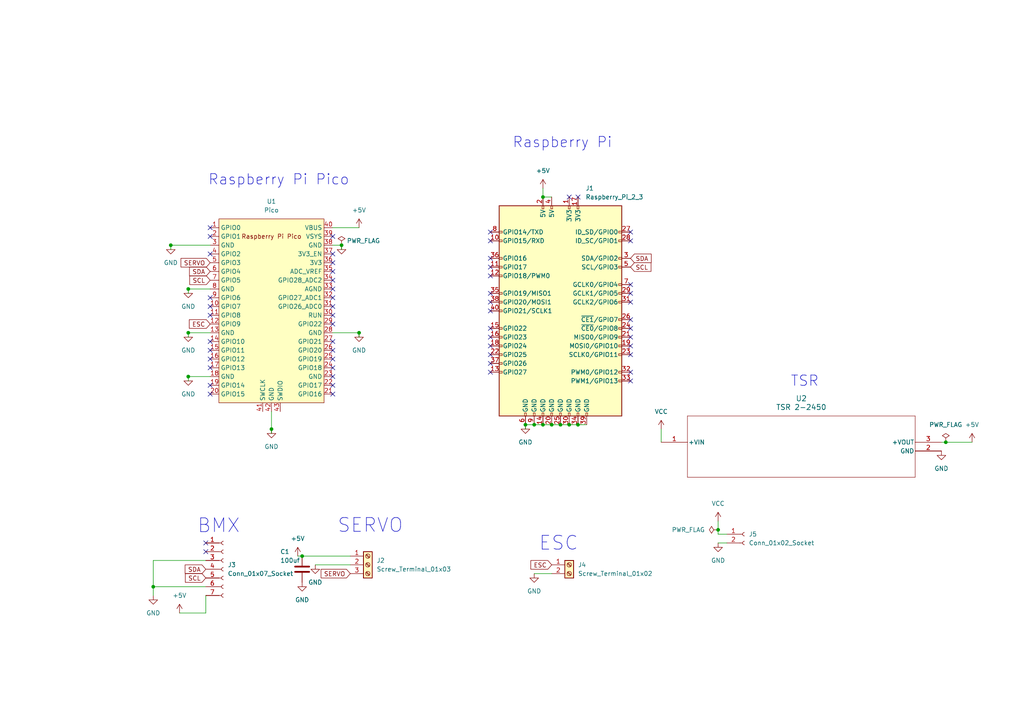
<source format=kicad_sch>
(kicad_sch (version 20231120) (generator "eeschema") (generator_version "8.0")
  (paper "A4")
  (title_block (title "Power Distribution Board") (rev "1"))
  (lib_symbols
    (symbol "Connector:Conn_01x02_Socket" (pin_names (offset 1.016) hide)
      (property "Reference" "J" (at 0 2.54 0))
      (property "Value" "Conn_01x02_Socket" (at 0 -5.08 0))
      (symbol "Conn_01x02_Socket_1_1"
        (arc (start 0 -2.032) (mid -0.5058 -2.54) (end 0 -3.048) (stroke (width 0.1524)))
        (polyline (pts (xy -1.27 -2.54) (xy -0.508 -2.54)) (stroke (width 0.1524)))
        (polyline (pts (xy -1.27 0) (xy -0.508 0)) (stroke (width 0.1524)))
        (arc (start 0 0.508) (mid -0.5058 0) (end 0 -0.508) (stroke (width 0.1524)))
        (pin passive line (at -5.08 0 0) (length 3.81) (name "Pin_1") (number "1"))
        (pin passive line (at -5.08 -2.54 0) (length 3.81) (name "Pin_2") (number "2"))
      )
    )
    (symbol "Connector:Conn_01x07_Socket" (pin_names (offset 1.016) hide)
      (property "Reference" "J" (at 0 10.16 0))
      (property "Value" "Conn_01x07_Socket" (at 0 -10.16 0))
      (symbol "Conn_01x07_Socket_1_1"
        (arc (start 0 -7.112) (mid -0.5058 -7.62) (end 0 -8.128) (stroke (width 0.1524)))
        (arc (start 0 -4.572) (mid -0.5058 -5.08) (end 0 -5.588) (stroke (width 0.1524)))
        (arc (start 0 -2.032) (mid -0.5058 -2.54) (end 0 -3.048) (stroke (width 0.1524)))
        (polyline (pts (xy -1.27 -7.62) (xy -0.508 -7.62)) (stroke (width 0.1524)))
        (polyline (pts (xy -1.27 -5.08) (xy -0.508 -5.08)) (stroke (width 0.1524)))
        (polyline (pts (xy -1.27 -2.54) (xy -0.508 -2.54)) (stroke (width 0.1524)))
        (polyline (pts (xy -1.27 0) (xy -0.508 0)) (stroke (width 0.1524)))
        (polyline (pts (xy -1.27 2.54) (xy -0.508 2.54)) (stroke (width 0.1524)))
        (polyline (pts (xy -1.27 5.08) (xy -0.508 5.08)) (stroke (width 0.1524)))
        (polyline (pts (xy -1.27 7.62) (xy -0.508 7.62)) (stroke (width 0.1524)))
        (arc (start 0 0.508) (mid -0.5058 0) (end 0 -0.508) (stroke (width 0.1524)))
        (arc (start 0 3.048) (mid -0.5058 2.54) (end 0 2.032) (stroke (width 0.1524)))
        (arc (start 0 5.588) (mid -0.5058 5.08) (end 0 4.572) (stroke (width 0.1524)))
        (arc (start 0 8.128) (mid -0.5058 7.62) (end 0 7.112) (stroke (width 0.1524)))
        (pin passive line (at -5.08 7.62 0) (length 3.81) (name "Pin_1") (number "1"))
        (pin passive line (at -5.08 5.08 0) (length 3.81) (name "Pin_2") (number "2"))
        (pin passive line (at -5.08 2.54 0) (length 3.81) (name "Pin_3") (number "3"))
        (pin passive line (at -5.08 0 0) (length 3.81) (name "Pin_4") (number "4"))
        (pin passive line (at -5.08 -2.54 0) (length 3.81) (name "Pin_5") (number "5"))
        (pin passive line (at -5.08 -5.08 0) (length 3.81) (name "Pin_6") (number "6"))
        (pin passive line (at -5.08 -7.62 0) (length 3.81) (name "Pin_7") (number "7"))
      )
    )
    (symbol "Connector:Raspberry_Pi_2_3" (pin_names (offset 1.016))
      (property "Reference" "J" (at -17.78 31.75 0))
      (property "Value" "Raspberry_Pi_2_3" (at 10.16 -31.75 0))
      (symbol "Raspberry_Pi_2_3_0_1"
        (rectangle (start -17.78 30.48) (end 17.78 -30.48) (stroke (width 0.254)) (fill (type background)))
      )
      (symbol "Raspberry_Pi_2_3_1_1"
        (rectangle (start -16.891 -17.526) (end -17.78 -18.034))
        (rectangle (start -16.891 -14.986) (end -17.78 -15.494))
        (rectangle (start -16.891 -12.446) (end -17.78 -12.954))
        (rectangle (start -16.891 -9.906) (end -17.78 -10.414))
        (rectangle (start -16.891 -7.366) (end -17.78 -7.874))
        (rectangle (start -16.891 -4.826) (end -17.78 -5.334))
        (rectangle (start -16.891 0.254) (end -17.78 -0.254))
        (rectangle (start -16.891 2.794) (end -17.78 2.286))
        (rectangle (start -16.891 5.334) (end -17.78 4.826))
        (rectangle (start -16.891 10.414) (end -17.78 9.906))
        (rectangle (start -16.891 12.954) (end -17.78 12.446))
        (rectangle (start -16.891 15.494) (end -17.78 14.986))
        (rectangle (start -16.891 20.574) (end -17.78 20.066))
        (rectangle (start -16.891 23.114) (end -17.78 22.606))
        (rectangle (start -10.414 -29.591) (end -9.906 -30.48))
        (rectangle (start -7.874 -29.591) (end -7.366 -30.48))
        (rectangle (start -5.334 -29.591) (end -4.826 -30.48))
        (rectangle (start -5.334 30.48) (end -4.826 29.591))
        (rectangle (start -2.794 -29.591) (end -2.286 -30.48))
        (rectangle (start -2.794 30.48) (end -2.286 29.591))
        (rectangle (start -0.254 -29.591) (end 0.254 -30.48))
        (rectangle (start 2.286 -29.591) (end 2.794 -30.48))
        (rectangle (start 2.286 30.48) (end 2.794 29.591))
        (rectangle (start 4.826 -29.591) (end 5.334 -30.48))
        (rectangle (start 4.826 30.48) (end 5.334 29.591))
        (rectangle (start 7.366 -29.591) (end 7.874 -30.48))
        (rectangle (start 17.78 -20.066) (end 16.891 -20.574))
        (rectangle (start 17.78 -17.526) (end 16.891 -18.034))
        (rectangle (start 17.78 -12.446) (end 16.891 -12.954))
        (rectangle (start 17.78 -9.906) (end 16.891 -10.414))
        (rectangle (start 17.78 -7.366) (end 16.891 -7.874))
        (rectangle (start 17.78 -4.826) (end 16.891 -5.334))
        (rectangle (start 17.78 -2.286) (end 16.891 -2.794))
        (rectangle (start 17.78 2.794) (end 16.891 2.286))
        (rectangle (start 17.78 5.334) (end 16.891 4.826))
        (rectangle (start 17.78 7.874) (end 16.891 7.366))
        (rectangle (start 17.78 12.954) (end 16.891 12.446))
        (rectangle (start 17.78 15.494) (end 16.891 14.986))
        (rectangle (start 17.78 20.574) (end 16.891 20.066))
        (rectangle (start 17.78 23.114) (end 16.891 22.606))
        (pin power_in line (at 2.54 33.02 270) (length 2.54) (name "3V3") (number "1"))
        (pin bidirectional line (at -20.32 20.32 0) (length 2.54) (name "GPIO15/RXD") (number "10"))
        (pin bidirectional line (at -20.32 12.7 0) (length 2.54) (name "GPIO17") (number "11"))
        (pin bidirectional line (at -20.32 10.16 0) (length 2.54) (name "GPIO18/PWM0") (number "12"))
        (pin bidirectional line (at -20.32 -17.78 0) (length 2.54) (name "GPIO27") (number "13"))
        (pin power_in line (at -5.08 -33.02 90) (length 2.54) (name "GND") (number "14"))
        (pin bidirectional line (at -20.32 -5.08 0) (length 2.54) (name "GPIO22") (number "15"))
        (pin bidirectional line (at -20.32 -7.62 0) (length 2.54) (name "GPIO23") (number "16"))
        (pin power_in line (at 5.08 33.02 270) (length 2.54) (name "3V3") (number "17"))
        (pin bidirectional line (at -20.32 -10.16 0) (length 2.54) (name "GPIO24") (number "18"))
        (pin bidirectional line (at 20.32 -10.16 180) (length 2.54) (name "MOSI0/GPIO10") (number "19"))
        (pin power_in line (at -5.08 33.02 270) (length 2.54) (name "5V") (number "2"))
        (pin power_in line (at -2.54 -33.02 90) (length 2.54) (name "GND") (number "20"))
        (pin bidirectional line (at 20.32 -7.62 180) (length 2.54) (name "MISO0/GPIO9") (number "21"))
        (pin bidirectional line (at -20.32 -12.7 0) (length 2.54) (name "GPIO25") (number "22"))
        (pin bidirectional line (at 20.32 -12.7 180) (length 2.54) (name "SCLK0/GPIO11") (number "23"))
        (pin bidirectional line (at 20.32 -5.08 180) (length 2.54) (name "~{CE0}/GPIO8") (number "24"))
        (pin power_in line (at 0 -33.02 90) (length 2.54) (name "GND") (number "25"))
        (pin bidirectional line (at 20.32 -2.54 180) (length 2.54) (name "~{CE1}/GPIO7") (number "26"))
        (pin bidirectional line (at 20.32 22.86 180) (length 2.54) (name "ID_SD/GPIO0") (number "27"))
        (pin bidirectional line (at 20.32 20.32 180) (length 2.54) (name "ID_SC/GPIO1") (number "28"))
        (pin bidirectional line (at 20.32 5.08 180) (length 2.54) (name "GCLK1/GPIO5") (number "29"))
        (pin bidirectional line (at 20.32 15.24 180) (length 2.54) (name "SDA/GPIO2") (number "3"))
        (pin power_in line (at 2.54 -33.02 90) (length 2.54) (name "GND") (number "30"))
        (pin bidirectional line (at 20.32 2.54 180) (length 2.54) (name "GCLK2/GPIO6") (number "31"))
        (pin bidirectional line (at 20.32 -17.78 180) (length 2.54) (name "PWM0/GPIO12") (number "32"))
        (pin bidirectional line (at 20.32 -20.32 180) (length 2.54) (name "PWM1/GPIO13") (number "33"))
        (pin power_in line (at 5.08 -33.02 90) (length 2.54) (name "GND") (number "34"))
        (pin bidirectional line (at -20.32 5.08 0) (length 2.54) (name "GPIO19/MISO1") (number "35"))
        (pin bidirectional line (at -20.32 15.24 0) (length 2.54) (name "GPIO16") (number "36"))
        (pin bidirectional line (at -20.32 -15.24 0) (length 2.54) (name "GPIO26") (number "37"))
        (pin bidirectional line (at -20.32 2.54 0) (length 2.54) (name "GPIO20/MOSI1") (number "38"))
        (pin power_in line (at 7.62 -33.02 90) (length 2.54) (name "GND") (number "39"))
        (pin power_in line (at -2.54 33.02 270) (length 2.54) (name "5V") (number "4"))
        (pin bidirectional line (at -20.32 0 0) (length 2.54) (name "GPIO21/SCLK1") (number "40"))
        (pin bidirectional line (at 20.32 12.7 180) (length 2.54) (name "SCL/GPIO3") (number "5"))
        (pin power_in line (at -10.16 -33.02 90) (length 2.54) (name "GND") (number "6"))
        (pin bidirectional line (at 20.32 7.62 180) (length 2.54) (name "GCLK0/GPIO4") (number "7"))
        (pin bidirectional line (at -20.32 22.86 0) (length 2.54) (name "GPIO14/TXD") (number "8"))
        (pin power_in line (at -7.62 -33.02 90) (length 2.54) (name "GND") (number "9"))
      )
    )
    (symbol "Connector:Screw_Terminal_01x02" (pin_names (offset 1.016) hide)
      (property "Reference" "J" (at 0 2.54 0))
      (property "Value" "Screw_Terminal_01x02" (at 0 -5.08 0))
      (symbol "Screw_Terminal_01x02_1_1"
        (rectangle (start -1.27 1.27) (end 1.27 -3.81) (stroke (width 0.254)) (fill (type background)))
        (circle (center 0 -2.54) (radius 0.635) (stroke (width 0.1524)))
        (polyline (pts (xy -0.5334 -2.2098) (xy 0.3302 -3.048)) (stroke (width 0.1524)))
        (polyline (pts (xy -0.5334 0.3302) (xy 0.3302 -0.508)) (stroke (width 0.1524)))
        (polyline (pts (xy -0.3556 -2.032) (xy 0.508 -2.8702)) (stroke (width 0.1524)))
        (polyline (pts (xy -0.3556 0.508) (xy 0.508 -0.3302)) (stroke (width 0.1524)))
        (circle (center 0 0) (radius 0.635) (stroke (width 0.1524)))
        (pin passive line (at -5.08 0 0) (length 3.81) (name "Pin_1") (number "1"))
        (pin passive line (at -5.08 -2.54 0) (length 3.81) (name "Pin_2") (number "2"))
      )
    )
    (symbol "Connector:Screw_Terminal_01x03" (pin_names (offset 1.016) hide)
      (property "Reference" "J" (at 0 5.08 0))
      (property "Value" "Screw_Terminal_01x03" (at 0 -5.08 0))
      (symbol "Screw_Terminal_01x03_1_1"
        (rectangle (start -1.27 3.81) (end 1.27 -3.81) (stroke (width 0.254)) (fill (type background)))
        (circle (center 0 -2.54) (radius 0.635) (stroke (width 0.1524)))
        (polyline (pts (xy -0.5334 -2.2098) (xy 0.3302 -3.048)) (stroke (width 0.1524)))
        (polyline (pts (xy -0.5334 0.3302) (xy 0.3302 -0.508)) (stroke (width 0.1524)))
        (polyline (pts (xy -0.5334 2.8702) (xy 0.3302 2.032)) (stroke (width 0.1524)))
        (polyline (pts (xy -0.3556 -2.032) (xy 0.508 -2.8702)) (stroke (width 0.1524)))
        (polyline (pts (xy -0.3556 0.508) (xy 0.508 -0.3302)) (stroke (width 0.1524)))
        (polyline (pts (xy -0.3556 3.048) (xy 0.508 2.2098)) (stroke (width 0.1524)))
        (circle (center 0 0) (radius 0.635) (stroke (width 0.1524)))
        (circle (center 0 2.54) (radius 0.635) (stroke (width 0.1524)))
        (pin passive line (at -5.08 2.54 0) (length 3.81) (name "Pin_1") (number "1"))
        (pin passive line (at -5.08 0 0) (length 3.81) (name "Pin_2") (number "2"))
        (pin passive line (at -5.08 -2.54 0) (length 3.81) (name "Pin_3") (number "3"))
      )
    )
    (symbol "Device:C" (pin_numbers hide) (pin_names (offset 0.254))
      (property "Reference" "C" (at 0.635 2.54 0))
      (property "Value" "C" (at 0.635 -2.54 0))
      (symbol "C_0_1"
        (polyline (pts (xy -2.032 -0.762) (xy 2.032 -0.762)) (stroke (width 0.508)))
        (polyline (pts (xy -2.032 0.762) (xy 2.032 0.762)) (stroke (width 0.508)))
      )
      (symbol "C_1_1"
        (pin passive line (at 0 3.81 270) (length 2.794) (name "~") (number "1"))
        (pin passive line (at 0 -3.81 90) (length 2.794) (name "~") (number "2"))
      )
    )
    (symbol "MCU_RaspberryPi_and_Boards:Pico"
      (property "Reference" "U" (at -13.97 27.94 0))
      (property "Value" "Pico" (at 0 19.05 0))
      (symbol "Pico_0_0"
        (text "Raspberry Pi Pico" (at 0 21.59 0) (effects (font (size 1.27 1.27))))
      )
      (symbol "Pico_0_1"
        (rectangle (start -15.24 26.67) (end 15.24 -26.67) (fill (type background)))
      )
      (symbol "Pico_1_1"
        (pin bidirectional line (at -17.78 24.13 0) (length 2.54) (name "GPIO0") (number "1"))
        (pin bidirectional line (at -17.78 1.27 0) (length 2.54) (name "GPIO7") (number "10"))
        (pin bidirectional line (at -17.78 -1.27 0) (length 2.54) (name "GPIO8") (number "11"))
        (pin bidirectional line (at -17.78 -3.81 0) (length 2.54) (name "GPIO9") (number "12"))
        (pin power_in line (at -17.78 -6.35 0) (length 2.54) (name "GND") (number "13"))
        (pin bidirectional line (at -17.78 -8.89 0) (length 2.54) (name "GPIO10") (number "14"))
        (pin bidirectional line (at -17.78 -11.43 0) (length 2.54) (name "GPIO11") (number "15"))
        (pin bidirectional line (at -17.78 -13.97 0) (length 2.54) (name "GPIO12") (number "16"))
        (pin bidirectional line (at -17.78 -16.51 0) (length 2.54) (name "GPIO13") (number "17"))
        (pin power_in line (at -17.78 -19.05 0) (length 2.54) (name "GND") (number "18"))
        (pin bidirectional line (at -17.78 -21.59 0) (length 2.54) (name "GPIO14") (number "19"))
        (pin bidirectional line (at -17.78 21.59 0) (length 2.54) (name "GPIO1") (number "2"))
        (pin bidirectional line (at -17.78 -24.13 0) (length 2.54) (name "GPIO15") (number "20"))
        (pin bidirectional line (at 17.78 -24.13 180) (length 2.54) (name "GPIO16") (number "21"))
        (pin bidirectional line (at 17.78 -21.59 180) (length 2.54) (name "GPIO17") (number "22"))
        (pin power_in line (at 17.78 -19.05 180) (length 2.54) (name "GND") (number "23"))
        (pin bidirectional line (at 17.78 -16.51 180) (length 2.54) (name "GPIO18") (number "24"))
        (pin bidirectional line (at 17.78 -13.97 180) (length 2.54) (name "GPIO19") (number "25"))
        (pin bidirectional line (at 17.78 -11.43 180) (length 2.54) (name "GPIO20") (number "26"))
        (pin bidirectional line (at 17.78 -8.89 180) (length 2.54) (name "GPIO21") (number "27"))
        (pin power_in line (at 17.78 -6.35 180) (length 2.54) (name "GND") (number "28"))
        (pin bidirectional line (at 17.78 -3.81 180) (length 2.54) (name "GPIO22") (number "29"))
        (pin power_in line (at -17.78 19.05 0) (length 2.54) (name "GND") (number "3"))
        (pin input line (at 17.78 -1.27 180) (length 2.54) (name "RUN") (number "30"))
        (pin bidirectional line (at 17.78 1.27 180) (length 2.54) (name "GPIO26_ADC0") (number "31"))
        (pin bidirectional line (at 17.78 3.81 180) (length 2.54) (name "GPIO27_ADC1") (number "32"))
        (pin power_in line (at 17.78 6.35 180) (length 2.54) (name "AGND") (number "33"))
        (pin bidirectional line (at 17.78 8.89 180) (length 2.54) (name "GPIO28_ADC2") (number "34"))
        (pin power_in line (at 17.78 11.43 180) (length 2.54) (name "ADC_VREF") (number "35"))
        (pin power_in line (at 17.78 13.97 180) (length 2.54) (name "3V3") (number "36"))
        (pin input line (at 17.78 16.51 180) (length 2.54) (name "3V3_EN") (number "37"))
        (pin bidirectional line (at 17.78 19.05 180) (length 2.54) (name "GND") (number "38"))
        (pin power_in line (at 17.78 21.59 180) (length 2.54) (name "VSYS") (number "39"))
        (pin bidirectional line (at -17.78 16.51 0) (length 2.54) (name "GPIO2") (number "4"))
        (pin power_in line (at 17.78 24.13 180) (length 2.54) (name "VBUS") (number "40"))
        (pin input line (at -2.54 -29.21 90) (length 2.54) (name "SWCLK") (number "41"))
        (pin power_in line (at 0 -29.21 90) (length 2.54) (name "GND") (number "42"))
        (pin bidirectional line (at 2.54 -29.21 90) (length 2.54) (name "SWDIO") (number "43"))
        (pin bidirectional line (at -17.78 13.97 0) (length 2.54) (name "GPIO3") (number "5"))
        (pin bidirectional line (at -17.78 11.43 0) (length 2.54) (name "GPIO4") (number "6"))
        (pin bidirectional line (at -17.78 8.89 0) (length 2.54) (name "GPIO5") (number "7"))
        (pin power_in line (at -17.78 6.35 0) (length 2.54) (name "GND") (number "8"))
        (pin bidirectional line (at -17.78 3.81 0) (length 2.54) (name "GPIO6") (number "9"))
      )
    )
    (symbol "power:+5V" (power) (pin_names (offset 0))
      (property "Value" "+5V" (at 0 3.556 0))
      (symbol "+5V_0_1"
        (polyline (pts (xy -0.762 1.27) (xy 0 2.54)))
        (polyline (pts (xy 0 0) (xy 0 2.54)))
        (polyline (pts (xy 0 2.54) (xy 0.762 1.27)))
      )
      (symbol "+5V_1_1"
        (pin power_in line (at 0 0 90) (length 0) hide (name "+5V") (number "1"))
      )
    )
    (symbol "power:GND" (power) (pin_names (offset 0))
      (property "Value" "GND" (at 0 -3.81 0))
      (symbol "GND_0_1"
        (polyline (pts (xy 0 0) (xy 0 -1.27) (xy 1.27 -1.27) (xy 0 -2.54) (xy -1.27 -1.27) (xy 0 -1.27)))
      )
      (symbol "GND_1_1"
        (pin power_in line (at 0 0 270) (length 0) hide (name "GND") (number "1"))
      )
    )
    (symbol "power:PWR_FLAG" (power) (pin_numbers hide) (pin_names (offset 0) hide)
      (property "Value" "PWR_FLAG" (at 0 3.81 0))
      (symbol "PWR_FLAG_0_0"
        (pin power_out line (at 0 0 90) (length 0) (name "pwr") (number "1"))
      )
      (symbol "PWR_FLAG_0_1"
        (polyline (pts (xy 0 0) (xy 0 1.27) (xy -1.016 1.905) (xy 0 2.54) (xy 1.016 1.905) (xy 0 1.27)))
      )
    )
    (symbol "power:VCC" (power) (pin_names (offset 0))
      (property "Value" "VCC" (at 0 3.81 0))
      (symbol "VCC_0_1"
        (polyline (pts (xy -0.762 1.27) (xy 0 2.54)))
        (polyline (pts (xy 0 0) (xy 0 2.54)))
        (polyline (pts (xy 0 2.54) (xy 0.762 1.27)))
      )
      (symbol "VCC_1_1"
        (pin power_in line (at 0 0 90) (length 0) hide (name "VCC") (number "1"))
      )
    )
    (symbol "txr:TSR_2-2450" (pin_names (offset 0.254))
      (property "Reference" "U" (at 40.64 12.7 0))
      (property "Value" "TSR 2-2450" (at 40.64 10.16 0))
      (symbol "TSR_2-2450_0_1"
        (polyline (pts (xy 7.62 -10.16) (xy 73.66 -10.16)) (stroke (width 0.127)))
        (polyline (pts (xy 7.62 7.62) (xy 7.62 -10.16)) (stroke (width 0.127)))
        (polyline (pts (xy 73.66 -10.16) (xy 73.66 7.62)) (stroke (width 0.127)))
        (polyline (pts (xy 73.66 7.62) (xy 7.62 7.62)) (stroke (width 0.127)))
        (pin power_in line (at 0 0 0) (length 7.62) (name "+VIN") (number "1"))
        (pin power_out line (at 81.28 -2.54 180) (length 7.62) (name "GND") (number "2"))
        (pin output line (at 81.28 0 180) (length 7.62) (name "+VOUT") (number "3"))
      )
    )
  )
  (junction (at 54.61 83.82))
  (junction (at 99.06 71.12))
  (junction (at 154.94 123.19))
  (junction (at 54.61 109.22))
  (junction (at 162.56 123.19))
  (junction (at 157.48 123.19))
  (junction (at 208.28 153.67))
  (junction (at 274.32 128.27))
  (junction (at 44.45 170.18))
  (junction (at 167.64 123.19))
  (junction (at 165.1 123.19))
  (junction (at 87.63 161.29))
  (junction (at 104.14 96.52))
  (junction (at 78.74 124.46))
  (junction (at 160.02 123.19))
  (junction (at 54.61 96.52))
  (junction (at 49.53 71.12))
  (junction (at 157.48 57.15))
  (junction (at 152.4 123.19))
  (no_connect (at 96.52 109.22))
  (no_connect (at 165.1 57.15))
  (no_connect (at 60.96 73.66))
  (no_connect (at 142.24 105.41))
  (no_connect (at 96.52 111.76))
  (no_connect (at 59.69 157.48))
  (no_connect (at 182.88 69.85))
  (no_connect (at 142.24 69.85))
  (no_connect (at 142.24 95.25))
  (no_connect (at 142.24 80.01))
  (no_connect (at 96.52 83.82))
  (no_connect (at 182.88 82.55))
  (no_connect (at 96.52 68.58))
  (no_connect (at 96.52 101.6))
  (no_connect (at 142.24 102.87))
  (no_connect (at 142.24 97.79))
  (no_connect (at 60.96 86.36))
  (no_connect (at 59.69 160.02))
  (no_connect (at 60.96 99.06))
  (no_connect (at 96.52 76.2))
  (no_connect (at 96.52 91.44))
  (no_connect (at 167.64 57.15))
  (no_connect (at 60.96 104.14))
  (no_connect (at 182.88 85.09))
  (no_connect (at 60.96 66.04))
  (no_connect (at 142.24 74.93))
  (no_connect (at 60.96 114.3))
  (no_connect (at 96.52 99.06))
  (no_connect (at 96.52 93.98))
  (no_connect (at 142.24 77.47))
  (no_connect (at 142.24 85.09))
  (no_connect (at 96.52 78.74))
  (no_connect (at 182.88 107.95))
  (no_connect (at 96.52 81.28))
  (no_connect (at 60.96 68.58))
  (no_connect (at 60.96 91.44))
  (no_connect (at 182.88 97.79))
  (no_connect (at 182.88 110.49))
  (no_connect (at 182.88 87.63))
  (no_connect (at 96.52 73.66))
  (no_connect (at 96.52 88.9))
  (no_connect (at 142.24 90.17))
  (no_connect (at 142.24 87.63))
  (no_connect (at 96.52 114.3))
  (no_connect (at 142.24 100.33))
  (no_connect (at 142.24 67.31))
  (no_connect (at 182.88 67.31))
  (no_connect (at 60.96 106.68))
  (no_connect (at 60.96 101.6))
  (no_connect (at 182.88 100.33))
  (no_connect (at 182.88 92.71))
  (no_connect (at 96.52 86.36))
  (no_connect (at 142.24 107.95))
  (no_connect (at 182.88 95.25))
  (no_connect (at 182.88 102.87))
  (no_connect (at 60.96 111.76))
  (no_connect (at 60.96 88.9))
  (no_connect (at 96.52 106.68))
  (no_connect (at 96.52 104.14))
  (wire (pts (xy 208.28 151.13) (xy 208.28 153.67)))
  (wire (pts (xy 165.1 123.19) (xy 167.64 123.19)))
  (wire (pts (xy 274.32 128.27) (xy 281.94 128.27)))
  (wire (pts (xy 162.56 123.19) (xy 165.1 123.19)))
  (wire (pts (xy 160.02 123.19) (xy 162.56 123.19)))
  (wire (pts (xy 78.74 119.38) (xy 78.74 124.46)))
  (wire (pts (xy 96.52 96.52) (xy 104.14 96.52)))
  (wire (pts (xy 154.94 166.37) (xy 160.02 166.37)))
  (wire (pts (xy 152.4 123.19) (xy 154.94 123.19)))
  (wire (pts (xy 91.44 163.83) (xy 101.6 163.83)))
  (wire (pts (xy 167.64 123.19) (xy 170.18 123.19)))
  (wire (pts (xy 87.63 161.29) (xy 101.6 161.29)))
  (wire (pts (xy 96.52 66.04) (xy 104.14 66.04)))
  (wire (pts (xy 152.4 123.19) (xy 152.4 124.46)))
  (wire (pts (xy 154.94 123.19) (xy 157.48 123.19)))
  (wire (pts (xy 208.28 153.67) (xy 208.28 154.94)))
  (wire (pts (xy 99.06 71.12) (xy 99.06 72.39)))
  (wire (pts (xy 44.45 170.18) (xy 59.69 170.18)))
  (wire (pts (xy 96.52 71.12) (xy 99.06 71.12)))
  (wire (pts (xy 54.61 109.22) (xy 54.61 110.49)))
  (wire (pts (xy 54.61 96.52) (xy 54.61 97.79)))
  (wire (pts (xy 44.45 172.72) (xy 44.45 170.18)))
  (wire (pts (xy 49.53 71.12) (xy 49.53 72.39)))
  (wire (pts (xy 44.45 162.56) (xy 44.45 170.18)))
  (wire (pts (xy 273.05 128.27) (xy 274.32 128.27)))
  (wire (pts (xy 54.61 83.82) (xy 54.61 85.09)))
  (wire (pts (xy 208.28 154.94) (xy 210.82 154.94)))
  (wire (pts (xy 78.74 124.46) (xy 78.74 125.73)))
  (wire (pts (xy 59.69 177.8) (xy 59.69 172.72)))
  (wire (pts (xy 44.45 162.56) (xy 59.69 162.56)))
  (wire (pts (xy 191.77 124.46) (xy 191.77 128.27)))
  (wire (pts (xy 52.07 177.8) (xy 59.69 177.8)))
  (wire (pts (xy 104.14 96.52) (xy 104.14 97.79)))
  (wire (pts (xy 86.36 161.29) (xy 87.63 161.29)))
  (wire (pts (xy 54.61 109.22) (xy 60.96 109.22)))
  (wire (pts (xy 54.61 83.82) (xy 60.96 83.82)))
  (wire (pts (xy 54.61 96.52) (xy 60.96 96.52)))
  (wire (pts (xy 208.28 157.48) (xy 210.82 157.48)))
  (wire (pts (xy 49.53 71.12) (xy 60.96 71.12)))
  (wire (pts (xy 157.48 54.61) (xy 157.48 57.15)))
  (wire (pts (xy 157.48 123.19) (xy 160.02 123.19)))
  (wire (pts (xy 157.48 57.15) (xy 160.02 57.15)))
  (text "Raspberry Pi" (at 148.59 43.18 0) (effects (font (size 3 3)) (justify left bottom)))
  (text "TSR" (at 229.235 112.395 0) (effects (font (size 3 3)) (justify left bottom)))
  (text "BMX" (at 57.15 154.94 0) (effects (font (size 4 4)) (justify left bottom)))
  (text "ESC" (at 156.21 160.02 0) (effects (font (size 4 4)) (justify left bottom)))
  (text "Raspberry Pi Pico" (at 60.325 53.975 0) (effects (font (size 3 3)) (justify left bottom)))
  (text "SERVO\n\n" (at 97.79 161.29 0) (effects (font (size 4 4)) (justify left bottom)))
  (global_label "SCL" (shape input) (at 182.88 77.47 0) (property "Intersheetrefs" "${INTERSHEET_REFS}" (effects (hide yes))))
  (global_label "ESC" (shape input) (at 160.02 163.83 180) (property "Intersheetrefs" "${INTERSHEET_REFS}" (effects (hide yes))))
  (global_label "ESC" (shape input) (at 60.96 93.98 180) (property "Intersheetrefs" "${INTERSHEET_REFS}" (effects (hide yes))))
  (global_label "SDA" (shape input) (at 59.69 165.1 180) (property "Intersheetrefs" "${INTERSHEET_REFS}" (effects (hide yes))))
  (global_label "SDA" (shape input) (at 182.88 74.93 0) (property "Intersheetrefs" "${INTERSHEET_REFS}" (effects (hide yes))))
  (global_label "SDA" (shape input) (at 60.96 78.74 180) (property "Intersheetrefs" "${INTERSHEET_REFS}" (effects (hide yes))))
  (global_label "SCL" (shape input) (at 60.96 81.28 180) (property "Intersheetrefs" "${INTERSHEET_REFS}" (effects (hide yes))))
  (global_label "SERVO" (shape input) (at 60.96 76.2 180) (property "Intersheetrefs" "${INTERSHEET_REFS}" (effects (hide yes))))
  (global_label "SERVO" (shape input) (at 101.6 166.37 180) (property "Intersheetrefs" "${INTERSHEET_REFS}" (effects (hide yes))))
  (global_label "SCL" (shape input) (at 59.69 167.64 180) (property "Intersheetrefs" "${INTERSHEET_REFS}" (effects (hide yes))))
  (symbol (lib_id "power:GND") (at 87.63 168.91 0) (unit 1)
    (property "Reference" "#PWR013" (effects (hide yes)))
    (property "Value" "GND" (at 87.63 173.99 0))
  )
  (symbol (lib_id "txr:TSR_2-2450") (at 191.77 128.27 0) (unit 1)
    (property "Reference" "U2" (at 232.41 115.57 0) (effects (font (size 1.524 1.524))))
    (property "Value" "TSR 2-2450" (at 232.41 118.11 0) (effects (font (size 1.524 1.524))))
    (property "Footprint" "txr:TSR 2-2450_TRP" (effects (hide yes)))
    (property "Datasheet" "TSR 2-2450" (effects (hide yes)))
  )
  (symbol (lib_id "power:+5V") (at 104.14 66.04 0) (unit 1)
    (property "Reference" "#PWR02" (effects (hide yes)))
    (property "Value" "+5V" (at 104.14 60.96 0))
  )
  (symbol (lib_id "Connector:Raspberry_Pi_2_3") (at 162.56 90.17 0) (unit 1)
    (property "Reference" "J1" (at 169.8341 54.61 0) (effects (justify left)))
    (property "Value" "Raspberry_Pi_2_3" (at 169.8341 57.15 0) (effects (justify left)))
    (property "Footprint" "pi:raspberrypi_2_3" (effects (hide yes)))
    (property "Datasheet" "https://www.raspberrypi.org/documentation/hardware/raspberrypi/schematics/rpi_SCH_3bplus_1p0_reduced.pdf" (effects (hide yes)))
  )
  (symbol (lib_id "power:VCC") (at 191.77 124.46 0) (unit 1)
    (property "Reference" "#PWR019" (effects (hide yes)))
    (property "Value" "VCC" (at 191.77 119.38 0))
  )
  (symbol (lib_id "power:+5V") (at 157.48 54.61 0) (unit 1)
    (property "Reference" "#PWR011" (effects (hide yes)))
    (property "Value" "+5V" (at 157.48 49.53 0))
  )
  (symbol (lib_id "power:GND") (at 273.05 130.81 0) (unit 1)
    (property "Reference" "#PWR021" (effects (hide yes)))
    (property "Value" "GND" (at 273.05 135.89 0))
  )
  (symbol (lib_id "power:VCC") (at 208.28 151.13 0) (unit 1)
    (property "Reference" "#PWR022" (effects (hide yes)))
    (property "Value" "VCC" (at 208.28 146.05 0))
  )
  (symbol (lib_id "power:GND") (at 54.61 109.22 0) (unit 1)
    (property "Reference" "#PWR04" (effects (hide yes)))
    (property "Value" "GND" (at 54.61 114.3 0))
  )
  (symbol (lib_id "power:GND") (at 54.61 96.52 0) (unit 1)
    (property "Reference" "#PWR05" (effects (hide yes)))
    (property "Value" "GND" (at 54.61 101.6 0))
  )
  (symbol (lib_id "power:GND") (at 49.53 71.12 0) (unit 1)
    (property "Reference" "#PWR07" (effects (hide yes)))
    (property "Value" "GND" (at 49.53 76.2 0))
  )
  (symbol (lib_id "power:GND") (at 152.4 123.19 0) (unit 1)
    (property "Reference" "#PWR010" (effects (hide yes)))
    (property "Value" "GND" (at 152.4 128.27 0))
  )
  (symbol (lib_id "power:PWR_FLAG") (at 99.06 71.12 0) (unit 1)
    (property "Reference" "#FLG03" (effects (hide yes)))
    (property "Value" "PWR_FLAG" (at 105.41 69.85 0))
  )
  (symbol (lib_id "power:+5V") (at 281.94 128.27 0) (unit 1)
    (property "Reference" "#PWR020" (effects (hide yes)))
    (property "Value" "+5V" (at 281.94 123.19 0))
  )
  (symbol (lib_id "Connector:Screw_Terminal_01x03") (at 106.68 163.83 0) (unit 1)
    (property "Reference" "J2" (at 109.22 162.56 0) (effects (justify left)))
    (property "Value" "Screw_Terminal_01x03" (at 109.22 165.1 0) (effects (justify left)))
    (property "Footprint" "terminal:CONN_1935174_PXC" (effects (hide yes)))
  )
  (symbol (lib_id "power:GND") (at 91.44 163.83 0) (unit 1)
    (property "Reference" "#PWR018" (effects (hide yes)))
    (property "Value" "GND" (at 91.44 168.91 0))
  )
  (symbol (lib_id "MCU_RaspberryPi_and_Boards:Pico") (at 78.74 90.17 0) (unit 1)
    (property "Reference" "U1" (at 78.74 58.42 0))
    (property "Value" "Pico" (at 78.74 60.96 0))
    (property "Footprint" "MCU_RaspberryPi_and_Boards:RPi_Pico_SMD_TH" (effects (hide yes)))
  )
  (symbol (lib_id "power:GND") (at 44.45 172.72 0) (unit 1)
    (property "Reference" "#PWR014" (effects (hide yes)))
    (property "Value" "GND" (at 44.45 177.8 0))
  )
  (symbol (lib_id "power:GND") (at 78.74 124.46 0) (unit 1)
    (property "Reference" "#PWR03" (effects (hide yes)))
    (property "Value" "GND" (at 78.74 129.54 0))
  )
  (symbol (lib_id "power:+5V") (at 86.36 161.29 0) (unit 1)
    (property "Reference" "#PWR015" (effects (hide yes)))
    (property "Value" "+5V" (at 86.36 156.21 0))
  )
  (symbol (lib_id "power:GND") (at 104.14 96.52 0) (unit 1)
    (property "Reference" "#PWR09" (effects (hide yes)))
    (property "Value" "GND" (at 104.14 101.6 0))
  )
  (symbol (lib_id "power:GND") (at 154.94 166.37 0) (unit 1)
    (property "Reference" "#PWR017" (effects (hide yes)))
    (property "Value" "GND" (at 154.94 171.45 0))
  )
  (symbol (lib_id "power:GND") (at 208.28 157.48 0) (unit 1)
    (property "Reference" "#PWR023" (effects (hide yes)))
    (property "Value" "GND" (at 208.28 162.56 0))
  )
  (symbol (lib_id "power:GND") (at 99.06 71.12 0) (unit 1)
    (property "Reference" "#PWR08" (effects (hide yes)))
    (property "Value" "GND" (effects (hide yes)))
  )
  (symbol (lib_id "power:GND") (at 54.61 83.82 0) (unit 1)
    (property "Reference" "#PWR06" (effects (hide yes)))
    (property "Value" "GND" (at 54.61 88.9 0))
  )
  (symbol (lib_id "power:PWR_FLAG") (at 208.28 153.67 90) (unit 1)
    (property "Reference" "#FLG04" (effects (hide yes)))
    (property "Value" "PWR_FLAG" (at 204.47 153.67 90) (effects (justify left)))
  )
  (symbol (lib_id "power:PWR_FLAG") (at 274.32 128.27 0) (unit 1)
    (property "Reference" "#FLG01" (effects (hide yes)))
    (property "Value" "PWR_FLAG" (at 274.32 123.19 0))
  )
  (symbol (lib_id "Device:C") (at 87.63 165.1 0) (unit 1)
    (property "Reference" "C1" (at 81.28 160.02 0) (effects (justify left)))
    (property "Value" "100uf" (at 81.28 162.56 0) (effects (justify left)))
    (property "Footprint" "Capacitor_THT:CP_Radial_Tantal_D10.5mm_P5.00mm" (effects (hide yes)))
  )
  (symbol (lib_id "Connector:Screw_Terminal_01x02") (at 165.1 163.83 0) (unit 1)
    (property "Reference" "J4" (at 167.64 163.83 0) (effects (justify left)))
    (property "Value" "Screw_Terminal_01x02" (at 167.64 166.37 0) (effects (justify left)))
    (property "Footprint" "terminal:CONN2_710002_WRE" (effects (hide yes)))
  )
  (symbol (lib_id "Connector:Conn_01x07_Socket") (at 64.77 165.1 0) (unit 1)
    (property "Reference" "J3" (at 66.04 163.83 0) (effects (justify left)))
    (property "Value" "Conn_01x07_Socket" (at 66.04 166.37 0) (effects (justify left)))
    (property "Footprint" "Connector_PinHeader_2.54mm:PinHeader_1x07_P2.54mm_Vertical" (effects (hide yes)))
  )
  (symbol (lib_id "power:+5V") (at 52.07 177.8 0) (unit 1)
    (property "Reference" "#PWR01" (effects (hide yes)))
    (property "Value" "+5V" (at 52.07 172.72 0))
  )
  (symbol (lib_id "Connector:Conn_01x02_Socket") (at 215.9 154.94 0) (unit 1)
    (property "Reference" "J5" (at 217.17 154.94 0) (effects (justify left)))
    (property "Value" "Conn_01x02_Socket" (at 217.17 157.48 0) (effects (justify left)))
    (property "Footprint" "Connector_AMASS:AMASS_XT60-F_1x02_P7.20mm_Vertical" (effects (hide yes)))
  )
)
</source>
